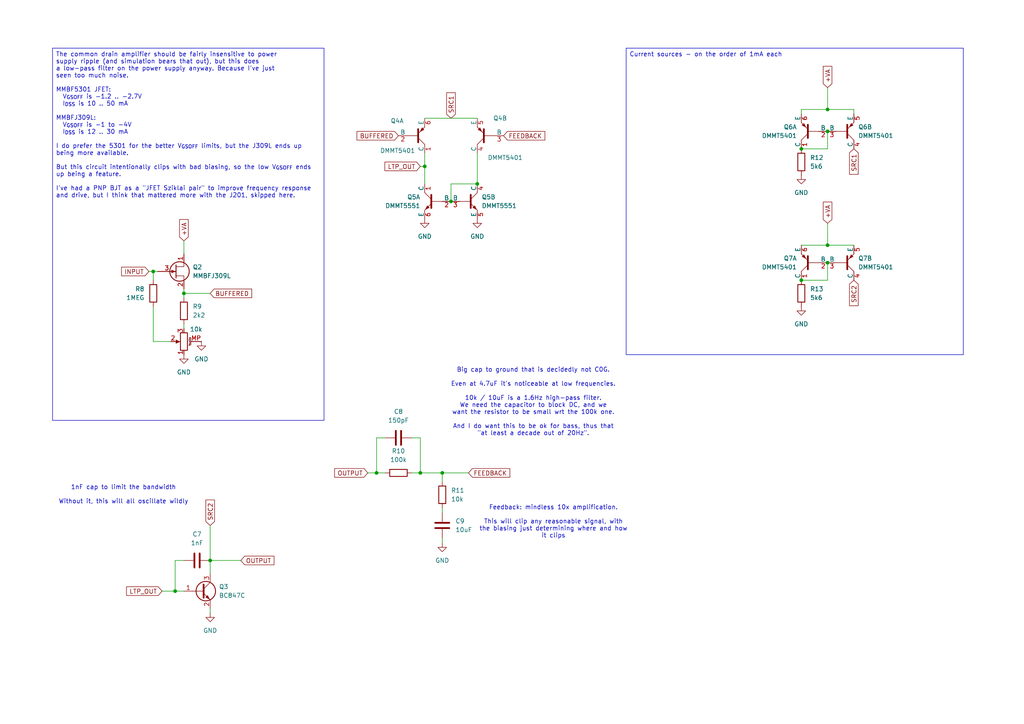
<source format=kicad_sch>
(kicad_sch (version 20250114) (generator "eeschema") (generator_version "9.0")
  (paper "A4")
  (lib_symbols
    (symbol "Device:C" (pin_numbers (hide yes)) (pin_names (offset 0.254))
      (property "Reference" "C" (at 0.635 2.54 0))
      (property "Value" "C" (at 0.635 -2.54 0))
      (symbol "C_0_1"
        (polyline (pts (xy -2.032 0.762) (xy 2.032 0.762)) (stroke (width 0.508)))
        (polyline (pts (xy -2.032 -0.762) (xy 2.032 -0.762)) (stroke (width 0.508)))
      )
      (symbol "C_1_1"
        (pin passive line (at 0 3.81 270) (length 2.794) (name "~") (number "1"))
        (pin passive line (at 0 -3.81 90) (length 2.794) (name "~") (number "2"))
      )
    )
    (symbol "Device:Q_NJFET_DSG" (pin_names (offset 0) (hide yes))
      (property "Reference" "Q" (at 5.08 1.27 0))
      (property "Value" "Q_NJFET_DSG" (at 5.08 -1.27 0))
      (symbol "Q_NJFET_DSG_0_1"
        (polyline (pts (xy 0 0) (xy -1.016 0.381) (xy -1.016 -0.381) (xy 0 0)) (fill (type outline)))
        (polyline (pts (xy 0.254 1.905) (xy 0.254 -1.905) (xy 0.254 -1.905)) (stroke (width 0.254)))
        (circle (center 1.27 0) (radius 2.8194) (stroke (width 0.254)))
        (polyline (pts (xy 2.54 2.54) (xy 2.54 1.397) (xy 0.254 1.397)))
        (polyline (pts (xy 2.54 -2.54) (xy 2.54 -1.27) (xy 0.254 -1.27)))
      )
      (symbol "Q_NJFET_DSG_1_1"
        (pin input line (at -5.08 0 0) (length 5.334) (name "G") (number "3"))
        (pin passive line (at 2.54 5.08 270) (length 2.54) (name "D") (number "1"))
        (pin passive line (at 2.54 -5.08 90) (length 2.54) (name "S") (number "2"))
      )
    )
    (symbol "Device:R" (pin_numbers (hide yes)) (pin_names (offset 0))
      (property "Reference" "R" (at 2.032 0 90))
      (property "Value" "R" (at 0 0 90))
      (symbol "R_0_1"
        (rectangle (start -1.016 -2.54) (end 1.016 2.54) (stroke (width 0.254)))
      )
      (symbol "R_1_1"
        (pin passive line (at 0 3.81 270) (length 1.27) (name "~") (number "1"))
        (pin passive line (at 0 -3.81 90) (length 1.27) (name "~") (number "2"))
      )
    )
    (symbol "Device:R_Potentiometer_MountingPin" (pin_names (offset 1.016) (hide yes))
      (property "Reference" "RV" (at -8.255 0 90))
      (property "Value" "R_Potentiometer_MountingPin" (at -6.35 0 90))
      (symbol "R_Potentiometer_MountingPin_0_1"
        (rectangle (start 1.016 2.54) (end -1.016 -2.54) (stroke (width 0.254)))
        (polyline (pts (xy 1.143 0) (xy 2.286 0.508) (xy 2.286 -0.508)) (fill (type outline)))
        (polyline (pts (xy 2.54 0) (xy 1.524 0)))
      )
      (symbol "R_Potentiometer_MountingPin_1_1"
        (polyline (pts (xy -2.032 1.016) (xy -2.032 -1.016)) (stroke (width 0.1524)))
        (text "Mounting" (at -1.651 0 900) (effects (font (size 0.381 0.381))))
        (pin passive line (at -5.08 0 0) (length 3.048) (name "MountPin") (number "MP"))
        (pin passive line (at 0 3.81 270) (length 1.27) (name "1") (number "1"))
        (pin passive line (at 0 -3.81 90) (length 1.27) (name "3") (number "3"))
        (pin passive line (at 3.81 0 180) (length 1.27) (name "2") (number "2"))
      )
    )
    (symbol "Mylib:BC847C" (pin_names (offset 0) (hide yes))
      (property "Reference" "Q" (at 5.08 1.905 0))
      (property "Value" "BC847C" (at 5.08 0 0))
      (symbol "BC847C_0_1"
        (polyline (pts (xy -2.54 0) (xy 0.635 0)))
        (polyline (pts (xy 0.635 1.905) (xy 0.635 -1.905)) (stroke (width 0.508)))
        (circle (center 1.27 0) (radius 2.8194) (stroke (width 0.254)))
      )
      (symbol "BC847C_1_1"
        (polyline (pts (xy 0.635 0.635) (xy 2.54 2.54)))
        (polyline (pts (xy 0.635 -0.635) (xy 2.54 -2.54)))
        (polyline (pts (xy 1.27 -1.778) (xy 1.778 -1.27) (xy 2.286 -2.286) (xy 1.27 -1.778)) (fill (type outline)))
        (pin input line (at -5.08 0 0) (length 2.54) (name "B") (number "1"))
        (pin passive line (at 2.54 5.08 270) (length 2.54) (name "C") (number "3"))
        (pin passive line (at 2.54 -5.08 90) (length 2.54) (name "E") (number "2"))
      )
    )
    (symbol "Mylib:DMMT5401" (pin_names (offset 0))
      (property "Reference" "Q" (at 3.81 1.016 0))
      (property "Value" "DMMT5401" (at 8.128 -1.016 0))
      (symbol "DMMT5401_0_1"
        (polyline (pts (xy -3.81 0) (xy -0.635 0)))
        (polyline (pts (xy -0.635 0.635) (xy 1.27 2.54)))
        (polyline (pts (xy -0.635 -0.635) (xy 1.27 -2.54)))
        (polyline (pts (xy -0.635 -1.905) (xy -0.635 1.905)) (stroke (width 0.508)))
        (polyline (pts (xy 1.016 1.778) (xy 0.508 2.286) (xy 0 1.27) (xy 1.016 1.778)) (fill (type outline)))
      )
      (symbol "DMMT5401_1_0"
        (pin passive line (at 1.27 5.08 270) (length 2.54) (name "E") (number "6"))
      )
      (symbol "DMMT5401_1_1"
        (pin input line (at -6.35 0 0) (length 2.54) (name "B") (number "2"))
        (pin passive line (at 1.27 -5.08 90) (length 2.54) (name "C") (number "1"))
      )
      (symbol "DMMT5401_2_0"
        (pin passive line (at 1.27 5.08 270) (length 2.54) (name "E") (number "5"))
        (pin passive line (at 1.27 -5.08 90) (length 2.54) (name "C") (number "4"))
      )
      (symbol "DMMT5401_2_1"
        (pin input line (at -6.35 0 0) (length 2.54) (name "B") (number "3"))
      )
    )
    (symbol "Mylib:DMMT5551" (pin_names (offset 0))
      (property "Reference" "Q" (at 3.81 1.016 0))
      (property "Value" "DMMT5551" (at 8.128 -1.016 0))
      (symbol "DMMT5551_0_1"
        (polyline (pts (xy -3.81 0) (xy -0.635 0)))
        (polyline (pts (xy -0.635 1.905) (xy -0.635 -1.905)) (stroke (width 0.508)))
        (polyline (pts (xy -0.635 0.635) (xy 1.27 2.54)))
        (polyline (pts (xy -0.635 -0.635) (xy 1.27 -2.54)))
        (polyline (pts (xy 0 -1.778) (xy 0.508 -1.27) (xy 1.016 -2.286) (xy 0 -1.778)) (fill (type outline)))
      )
      (symbol "DMMT5551_1_0"
        (pin passive line (at 1.27 -5.08 90) (length 2.54) (name "E") (number "6"))
      )
      (symbol "DMMT5551_1_1"
        (pin input line (at -6.35 0 0) (length 2.54) (name "B") (number "2"))
        (pin passive line (at 1.27 5.08 270) (length 2.54) (name "C") (number "1"))
      )
      (symbol "DMMT5551_2_0"
        (pin passive line (at 1.27 5.08 270) (length 2.54) (name "C") (number "4"))
        (pin passive line (at 1.27 -5.08 90) (length 2.54) (name "E") (number "5"))
      )
      (symbol "DMMT5551_2_1"
        (pin input line (at -6.35 0 0) (length 2.54) (name "B") (number "3"))
      )
    )
    (symbol "power:GND" (power) (pin_numbers (hide yes)) (pin_names (offset 0) (hide yes))
      (property "Value" "GND" (at 0 -3.81 0))
      (symbol "GND_0_1"
        (polyline (pts (xy 0 0) (xy 0 -1.27) (xy 1.27 -1.27) (xy 0 -2.54) (xy -1.27 -1.27) (xy 0 -1.27)))
      )
      (symbol "GND_1_1"
        (pin power_in line (at 0 0 270) (length 0) (name "~") (number "1"))
      )
    )
  )
  (text "Feedback: mindless 10x amplification.\n\nThis will clip any reasonable signal, with\nthe biasing just determining where and how\nit clips" (at 160.528 151.384 0) (effects (font (size 1.27 1.27))))
  (text "1nF cap to limit the bandwidth\n\nWithout it, this will all oscillate wildly" (at 35.814 143.51 0) (effects (font (size 1.27 1.27))))
  (text "Big cap to ground that is decidedly not C0G.\n\nEven at 4.7uF it's noticeable at low frequencies.\n\n10k / 10uF is a 1.6Hz high-pass filter.\nWe need the capacitor to block DC, and we\nwant the resistor to be small wrt the 100k one.\n\nAnd I do want this to be ok for bass, thus that\n\"at least a decade out of 20Hz\"." (at 154.686 116.586 0) (effects (font (size 1.27 1.27))))
  (text_box "The common drain amplifier should be fairly insensitive to power\nsupply ripple (and simulation bears that out), but this does\na low-pass filter on the power supply anyway. Because I've just\nseen too much noise.\n\nMMBF5301 JFET:\n  V_{GSOFF} is -1.2 .. -2.7V\n  I_{DSS} is 10 .. 50 mA\n\nMMBFJ309L:\n  V_{GSOFF} is -1 to -4V\n  I_{DSS} is 12 .. 30 mA\n\nI do prefer the 5301 for the better V_{GSOFF} limits, but the J309L ends up being more available.\n\nBut this circuit intentionally clips with bad biasing, so the low V_{GSOFF} ends up being a feature.\n\nI've had a PNP BJT as a \"JFET Sziklai pair\" to improve frequency response and drive, but I think that mattered more with the J201, skipped here." (at 15.24 13.97 0) (size 78.74 107.95) (margins 0.9525 0.9525 0.9525 0.9525) (effects (font (size 1.27 1.27)) (justify left top)))
  (text_box "Current sources - on the order of 1mA each" (at 181.61 13.97 0) (size 97.79 88.9) (margins 0.9525 0.9525 0.9525 0.9525) (effects (font (size 1.27 1.27)) (justify left top)))
  (junction (at 232.41 81.28))
  (junction (at 121.92 137.16))
  (junction (at 128.27 137.16))
  (junction (at 240.03 76.2))
  (junction (at 50.8 171.45))
  (junction (at 240.03 31.75))
  (junction (at 240.03 71.12))
  (junction (at 123.19 48.26))
  (junction (at 138.43 53.34))
  (junction (at 232.41 43.18))
  (junction (at 44.45 78.74))
  (junction (at 240.03 38.1))
  (junction (at 130.81 58.42))
  (junction (at 53.34 85.09))
  (junction (at 109.22 137.16))
  (junction (at 60.96 162.56))
  (wire (pts (xy 53.34 85.09) (xy 53.34 86.36)))
  (wire (pts (xy 69.85 162.56) (xy 60.96 162.56)))
  (wire (pts (xy 240.03 31.75) (xy 247.65 31.75)))
  (wire (pts (xy 123.19 34.29) (xy 138.43 34.29)))
  (wire (pts (xy 44.45 78.74) (xy 44.45 81.28)))
  (wire (pts (xy 44.45 88.9) (xy 44.45 99.06)))
  (wire (pts (xy 44.45 99.06) (xy 49.53 99.06)))
  (wire (pts (xy 109.22 127) (xy 109.22 137.16)))
  (wire (pts (xy 109.22 137.16) (xy 111.76 137.16)))
  (wire (pts (xy 128.27 137.16) (xy 128.27 139.7)))
  (wire (pts (xy 232.41 31.75) (xy 232.41 33.02)))
  (wire (pts (xy 240.03 43.18) (xy 240.03 38.1)))
  (wire (pts (xy 121.92 48.26) (xy 123.19 48.26)))
  (wire (pts (xy 128.27 157.48) (xy 128.27 156.21)))
  (wire (pts (xy 60.96 176.53) (xy 60.96 177.8)))
  (wire (pts (xy 232.41 31.75) (xy 240.03 31.75)))
  (wire (pts (xy 128.27 137.16) (xy 135.89 137.16)))
  (wire (pts (xy 240.03 64.77) (xy 240.03 71.12)))
  (wire (pts (xy 119.38 137.16) (xy 121.92 137.16)))
  (wire (pts (xy 130.81 53.34) (xy 138.43 53.34)))
  (wire (pts (xy 128.27 148.59) (xy 128.27 147.32)))
  (wire (pts (xy 123.19 44.45) (xy 123.19 48.26)))
  (wire (pts (xy 60.96 162.56) (xy 60.96 166.37)))
  (wire (pts (xy 240.03 71.12) (xy 247.65 71.12)))
  (wire (pts (xy 240.03 25.4) (xy 240.03 31.75)))
  (wire (pts (xy 53.34 85.09) (xy 60.96 85.09)))
  (wire (pts (xy 240.03 76.2) (xy 240.03 81.28)))
  (wire (pts (xy 121.92 137.16) (xy 128.27 137.16)))
  (wire (pts (xy 50.8 171.45) (xy 53.34 171.45)))
  (wire (pts (xy 123.19 48.26) (xy 123.19 53.34)))
  (wire (pts (xy 138.43 44.45) (xy 138.43 53.34)))
  (wire (pts (xy 53.34 83.82) (xy 53.34 85.09)))
  (wire (pts (xy 119.38 127) (xy 121.92 127)))
  (wire (pts (xy 240.03 81.28) (xy 232.41 81.28)))
  (wire (pts (xy 60.96 152.4) (xy 60.96 162.56)))
  (wire (pts (xy 240.03 71.12) (xy 232.41 71.12)))
  (wire (pts (xy 44.45 78.74) (xy 45.72 78.74)))
  (wire (pts (xy 130.81 53.34) (xy 130.81 58.42)))
  (wire (pts (xy 46.99 171.45) (xy 50.8 171.45)))
  (wire (pts (xy 53.34 93.98) (xy 53.34 95.25)))
  (wire (pts (xy 50.8 162.56) (xy 50.8 171.45)))
  (wire (pts (xy 43.18 78.74) (xy 44.45 78.74)))
  (wire (pts (xy 232.41 43.18) (xy 240.03 43.18)))
  (wire (pts (xy 247.65 31.75) (xy 247.65 33.02)))
  (wire (pts (xy 53.34 162.56) (xy 50.8 162.56)))
  (wire (pts (xy 109.22 127) (xy 111.76 127)))
  (wire (pts (xy 121.92 127) (xy 121.92 137.16)))
  (wire (pts (xy 53.34 69.85) (xy 53.34 73.66)))
  (wire (pts (xy 106.68 137.16) (xy 109.22 137.16)))
  (global_label "+VA" (shape input) (at 53.34 69.85 90) (property "Intersheetrefs" "${INTERSHEET_REFS}" (effects (hide yes))))
  (global_label "INPUT" (shape input) (at 43.18 78.74 180) (property "Intersheetrefs" "${INTERSHEET_REFS}" (effects (hide yes))))
  (global_label "OUTPUT" (shape input) (at 106.68 137.16 180) (property "Intersheetrefs" "${INTERSHEET_REFS}" (effects (hide yes))))
  (global_label "+VA" (shape input) (at 240.03 64.77 90) (property "Intersheetrefs" "${INTERSHEET_REFS}" (effects (hide yes))))
  (global_label "BUFFERED" (shape input) (at 60.96 85.09 0) (property "Intersheetrefs" "${INTERSHEET_REFS}" (effects (hide yes))))
  (global_label "BUFFERED" (shape input) (at 115.57 39.37 180) (property "Intersheetrefs" "${INTERSHEET_REFS}" (effects (hide yes))))
  (global_label "LTP_OUT" (shape input) (at 121.92 48.26 180) (property "Intersheetrefs" "${INTERSHEET_REFS}" (effects (hide yes))))
  (global_label "LTP_OUT" (shape input) (at 46.99 171.45 180) (property "Intersheetrefs" "${INTERSHEET_REFS}" (effects (hide yes))))
  (global_label "SRC2" (shape input) (at 60.96 152.4 90) (property "Intersheetrefs" "${INTERSHEET_REFS}" (effects (hide yes))))
  (global_label "OUTPUT" (shape input) (at 69.85 162.56 0) (property "Intersheetrefs" "${INTERSHEET_REFS}" (effects (hide yes))))
  (global_label "FEEDBACK" (shape input) (at 146.05 39.37 0) (property "Intersheetrefs" "${INTERSHEET_REFS}" (effects (hide yes))))
  (global_label "SRC2" (shape input) (at 247.65 81.28 270) (property "Intersheetrefs" "${INTERSHEET_REFS}" (effects (hide yes))))
  (global_label "SRC1" (shape input) (at 247.65 43.18 270) (property "Intersheetrefs" "${INTERSHEET_REFS}" (effects (hide yes))))
  (global_label "FEEDBACK" (shape input) (at 135.89 137.16 0) (property "Intersheetrefs" "${INTERSHEET_REFS}" (effects (hide yes))))
  (global_label "+VA" (shape input) (at 240.03 25.4 90) (property "Intersheetrefs" "${INTERSHEET_REFS}" (effects (hide yes))))
  (global_label "SRC1" (shape input) (at 130.81 34.29 90) (property "Intersheetrefs" "${INTERSHEET_REFS}" (effects (hide yes))))
  (symbol (lib_id "Device:C") (at 115.57 127 270) (mirror x) (unit 1)
    (property "Reference" "C8" (at 115.57 119.38 90))
    (property "Value" "150pF" (at 115.57 121.92 90))
    (property "Footprint" "Capacitor_SMD:C_0402_1005Metric" (effects (hide yes)))
    (property "Description" "Unpolarized capacitor" (effects (hide yes)))
  )
  (symbol (lib_id "Mylib:DMMT5401") (at 139.7 39.37 0) (mirror y) (unit 2)
    (property "Reference" "Q4" (at 147.066 34.29 0) (effects (justify left)))
    (property "Value" "DMMT5401" (at 151.638 45.72 0) (effects (justify left)))
    (property "Footprint" "Package_TO_SOT_SMD:SOT-23-6" (effects (hide yes)))
    (property "Datasheet" "https://www.diodes.com/datasheet/download/DMMT5401.pdf" (effects (hide yes)))
    (property "Description" "Matched pair PNP SOT26" (effects (hide yes)))
    (property "Sim.Library" "spice/DMMT5401.lib" (effects (hide yes)))
    (property "Sim.Name" "DMMT5401" (effects (hide yes)))
    (property "Sim.Device" "SUBCKT" (effects (hide yes)))
    (property "Sim.Pins" "1=1 2=2 3=3 4=4 5=5 6=6" (effects (hide yes)))
  )
  (symbol (lib_id "Mylib:DMMT5401") (at 233.68 76.2 0) (mirror y) (unit 1)
    (property "Reference" "Q7" (at 231.14 74.9299 0) (effects (justify left)))
    (property "Value" "DMMT5401" (at 231.14 77.4699 0) (effects (justify left)))
    (property "Footprint" "Package_TO_SOT_SMD:SOT-23-6" (effects (hide yes)))
    (property "Datasheet" "https://www.diodes.com/datasheet/download/DMMT5401.pdf" (effects (hide yes)))
    (property "Description" "Matched pair PNP SOT26" (effects (hide yes)))
    (property "Sim.Library" "spice/DMMT5401.lib" (effects (hide yes)))
    (property "Sim.Name" "DMMT5401" (effects (hide yes)))
    (property "Sim.Device" "SUBCKT" (effects (hide yes)))
    (property "Sim.Pins" "1=1 2=2 3=3 4=4 5=5 6=6" (effects (hide yes)))
  )
  (symbol (lib_id "Device:Q_NJFET_DSG") (at 50.8 78.74 0) (unit 1)
    (property "Reference" "Q2" (at 55.88 77.4699 0) (effects (justify left)))
    (property "Value" "MMBFJ309L" (at 55.88 80.0099 0) (effects (justify left)))
    (property "Footprint" "Package_TO_SOT_SMD:SOT-23" (effects (hide yes)))
    (property "Description" "N-JFET transistor, drain/source/gate" (effects (hide yes)))
    (property "Sim.Library" "spice/external/MMBFJ309LT1.LIB" (effects (hide yes)))
    (property "Sim.Name" "Jmmbfj309lt1" (effects (hide yes)))
    (property "Sim.Device" "NJFET" (effects (hide yes)))
    (property "Sim.Type" "SHICHMANHODGES" (effects (hide yes)))
    (property "Sim.Pins" "1=D 2=S 3=G" (effects (hide yes)))
  )
  (symbol (lib_id "power:GND") (at 232.41 50.8 0) (unit 1)
    (property "Reference" "#PWR022" (effects (hide yes)))
    (property "Value" "GND" (at 232.41 55.88 0))
    (property "Description" "Power symbol creates a global label with name \"GND\" , ground" (effects (hide yes)))
  )
  (symbol (lib_id "Device:R_Potentiometer_MountingPin") (at 53.34 99.06 180) (unit 1)
    (property "Reference" "RV2" (effects (hide yes)))
    (property "Value" "10k" (at 56.896 95.504 0))
    (property "Footprint" "Mylib:Potentiometer_9mm_MP" (effects (hide yes)))
    (property "Description" "Potentiometer with a mounting pin" (effects (hide yes)))
    (property "Sim.Device" "R" (effects (hide yes)))
    (property "Sim.Type" "POT" (effects (hide yes)))
    (property "Sim.Pins" "1=r0 2=wiper 3=r1" (effects (hide yes)))
    (property "Sim.Params" "r=10k pos=0" (effects (hide yes)))
  )
  (symbol (lib_id "power:GND") (at 128.27 157.48 0) (unit 1)
    (property "Reference" "#PWR020" (effects (hide yes)))
    (property "Value" "GND" (at 128.27 162.56 0))
    (property "Description" "Power symbol creates a global label with name \"GND\" , ground" (effects (hide yes)))
  )
  (symbol (lib_id "power:GND") (at 123.19 63.5 0) (unit 1)
    (property "Reference" "#PWR019" (effects (hide yes)))
    (property "Value" "GND" (at 123.19 68.58 0))
    (property "Description" "Power symbol creates a global label with name \"GND\" , ground" (effects (hide yes)))
  )
  (symbol (lib_id "Mylib:DMMT5401") (at 246.38 76.2 0) (unit 2)
    (property "Reference" "Q7" (at 248.92 74.9299 0) (effects (justify left)))
    (property "Value" "DMMT5401" (at 248.92 77.4699 0) (effects (justify left)))
    (property "Footprint" "Package_TO_SOT_SMD:SOT-23-6" (effects (hide yes)))
    (property "Datasheet" "https://www.diodes.com/datasheet/download/DMMT5401.pdf" (effects (hide yes)))
    (property "Description" "Matched pair PNP SOT26" (effects (hide yes)))
    (property "Sim.Library" "spice/DMMT5401.lib" (effects (hide yes)))
    (property "Sim.Name" "DMMT5401" (effects (hide yes)))
    (property "Sim.Device" "SUBCKT" (effects (hide yes)))
    (property "Sim.Pins" "1=1 2=2 3=3 4=4 5=5 6=6" (effects (hide yes)))
  )
  (symbol (lib_id "Device:R") (at 115.57 137.16 270) (unit 1)
    (property "Reference" "R10" (at 115.57 130.81 90))
    (property "Value" "100k" (at 115.57 133.35 90))
    (property "Footprint" "Resistor_SMD:R_0402_1005Metric" (effects (hide yes)))
    (property "Description" "Resistor" (effects (hide yes)))
  )
  (symbol (lib_id "power:GND") (at 232.41 88.9 0) (unit 1)
    (property "Reference" "#PWR023" (effects (hide yes)))
    (property "Value" "GND" (at 232.41 93.98 0))
    (property "Description" "Power symbol creates a global label with name \"GND\" , ground" (effects (hide yes)))
  )
  (symbol (lib_id "power:GND") (at 60.96 177.8 0) (unit 1)
    (property "Reference" "#PWR018" (effects (hide yes)))
    (property "Value" "GND" (at 60.96 182.88 0))
    (property "Description" "Power symbol creates a global label with name \"GND\" , ground" (effects (hide yes)))
  )
  (symbol (lib_id "power:GND") (at 53.34 102.87 0) (unit 1)
    (property "Reference" "#PWR016" (effects (hide yes)))
    (property "Value" "GND" (at 53.34 107.95 0))
    (property "Description" "Power symbol creates a global label with name \"GND\" , ground" (effects (hide yes)))
  )
  (symbol (lib_id "Mylib:BC847C") (at 58.42 171.45 0) (unit 1)
    (property "Reference" "Q3" (at 63.5 170.1799 0) (effects (justify left)))
    (property "Value" "BC847C" (at 63.5 172.7199 0) (effects (justify left)))
    (property "Footprint" "Package_TO_SOT_SMD:SOT-23" (effects (hide yes)))
    (property "Datasheet" "https://www.diodes.com/datasheet/download/BC847C.pdf" (effects (hide yes)))
    (property "Description" "0.1A Ic, 45V Vce, NPN Transistor, SOT-23" (effects (hide yes)))
    (property "Sim.Library" "spice/BC847C.lib" (effects (hide yes)))
    (property "Sim.Name" "BC847C" (effects (hide yes)))
    (property "Sim.Device" "SUBCKT" (effects (hide yes)))
    (property "Sim.Pins" "1=B 2=E 3=C" (effects (hide yes)))
  )
  (symbol (lib_id "Device:R") (at 232.41 46.99 0) (unit 1)
    (property "Reference" "R12" (at 234.95 45.7199 0) (effects (justify left)))
    (property "Value" "5k6" (at 234.95 48.26 0) (effects (justify left)))
    (property "Footprint" "Resistor_SMD:R_0402_1005Metric" (effects (hide yes)))
    (property "Description" "Resistor" (effects (hide yes)))
  )
  (symbol (lib_id "Mylib:DMMT5401") (at 246.38 38.1 0) (unit 2)
    (property "Reference" "Q6" (at 248.92 36.8299 0) (effects (justify left)))
    (property "Value" "DMMT5401" (at 248.92 39.3699 0) (effects (justify left)))
    (property "Footprint" "Package_TO_SOT_SMD:SOT-23-6" (effects (hide yes)))
    (property "Datasheet" "https://www.diodes.com/datasheet/download/DMMT5401.pdf" (effects (hide yes)))
    (property "Description" "Matched pair PNP SOT26" (effects (hide yes)))
    (property "Sim.Library" "spice/DMMT5401.lib" (effects (hide yes)))
    (property "Sim.Name" "DMMT5401" (effects (hide yes)))
    (property "Sim.Device" "SUBCKT" (effects (hide yes)))
    (property "Sim.Pins" "1=1 2=2 3=3 4=4 5=5 6=6" (effects (hide yes)))
  )
  (symbol (lib_id "Device:C") (at 128.27 152.4 180) (unit 1)
    (property "Reference" "C9" (at 132.08 151.1299 0) (effects (justify right)))
    (property "Value" "10uF" (at 132.08 153.6699 0) (effects (justify right)))
    (property "Footprint" "Capacitor_SMD:C_0603_1608Metric" (effects (hide yes)))
    (property "Description" "Unpolarized capacitor" (effects (hide yes)))
  )
  (symbol (lib_id "Mylib:DMMT5401") (at 121.92 39.37 0) (unit 1)
    (property "Reference" "Q4" (at 113.284 35.052 0) (effects (justify left)))
    (property "Value" "DMMT5401" (at 110.236 43.688 0) (effects (justify left)))
    (property "Footprint" "Package_TO_SOT_SMD:SOT-23-6" (effects (hide yes)))
    (property "Datasheet" "https://www.diodes.com/datasheet/download/DMMT5401.pdf" (effects (hide yes)))
    (property "Description" "Matched pair PNP SOT26" (effects (hide yes)))
    (property "Sim.Library" "spice/DMMT5401.lib" (effects (hide yes)))
    (property "Sim.Name" "DMMT5401" (effects (hide yes)))
    (property "Sim.Device" "SUBCKT" (effects (hide yes)))
    (property "Sim.Pins" "1=1 2=2 3=3 4=4 5=5 6=6" (effects (hide yes)))
  )
  (symbol (lib_id "power:GND") (at 138.43 63.5 0) (unit 1)
    (property "Reference" "#PWR021" (effects (hide yes)))
    (property "Value" "GND" (at 138.43 68.58 0))
    (property "Description" "Power symbol creates a global label with name \"GND\" , ground" (effects (hide yes)))
  )
  (symbol (lib_id "Mylib:DMMT5401") (at 233.68 38.1 0) (mirror y) (unit 1)
    (property "Reference" "Q6" (at 231.14 36.8299 0) (effects (justify left)))
    (property "Value" "DMMT5401" (at 231.14 39.3699 0) (effects (justify left)))
    (property "Footprint" "Package_TO_SOT_SMD:SOT-23-6" (effects (hide yes)))
    (property "Datasheet" "https://www.diodes.com/datasheet/download/DMMT5401.pdf" (effects (hide yes)))
    (property "Description" "Matched pair PNP SOT26" (effects (hide yes)))
    (property "Sim.Library" "spice/DMMT5401.lib" (effects (hide yes)))
    (property "Sim.Name" "DMMT5401" (effects (hide yes)))
    (property "Sim.Device" "SUBCKT" (effects (hide yes)))
    (property "Sim.Pins" "1=1 2=2 3=3 4=4 5=5 6=6" (effects (hide yes)))
  )
  (symbol (lib_id "Device:R") (at 232.41 85.09 0) (unit 1)
    (property "Reference" "R13" (at 234.95 83.8199 0) (effects (justify left)))
    (property "Value" "5k6" (at 234.95 86.36 0) (effects (justify left)))
    (property "Footprint" "Resistor_SMD:R_0402_1005Metric" (effects (hide yes)))
    (property "Description" "Resistor" (effects (hide yes)))
  )
  (symbol (lib_id "power:GND") (at 58.42 99.06 0) (unit 1)
    (property "Reference" "#PWR017" (effects (hide yes)))
    (property "Value" "GND" (at 58.42 104.14 0))
    (property "Description" "Power symbol creates a global label with name \"GND\" , ground" (effects (hide yes)))
  )
  (symbol (lib_id "Device:R") (at 53.34 90.17 0) (unit 1)
    (property "Reference" "R9" (at 55.88 88.8999 0) (effects (justify left)))
    (property "Value" "2k2" (at 55.88 91.44 0) (effects (justify left)))
    (property "Footprint" "Resistor_SMD:R_0402_1005Metric" (effects (hide yes)))
    (property "Description" "Resistor" (effects (hide yes)))
  )
  (symbol (lib_id "Device:R") (at 128.27 143.51 0) (unit 1)
    (property "Reference" "R11" (at 130.81 142.2399 0) (effects (justify left)))
    (property "Value" "10k" (at 130.81 144.78 0) (effects (justify left)))
    (property "Footprint" "Resistor_SMD:R_0402_1005Metric" (effects (hide yes)))
    (property "Description" "Resistor" (effects (hide yes)))
  )
  (symbol (lib_id "Device:C") (at 57.15 162.56 270) (mirror x) (unit 1)
    (property "Reference" "C7" (at 57.15 154.94 90))
    (property "Value" "1nF" (at 57.15 157.48 90))
    (property "Footprint" "Capacitor_SMD:C_0402_1005Metric" (effects (hide yes)))
    (property "Description" "Unpolarized capacitor" (effects (hide yes)))
  )
  (symbol (lib_id "Mylib:DMMT5551") (at 137.16 58.42 0) (unit 2)
    (property "Reference" "Q5" (at 139.7 57.1499 0) (effects (justify left)))
    (property "Value" "DMMT5551" (at 139.7 59.6899 0) (effects (justify left)))
    (property "Footprint" "Package_TO_SOT_SMD:SOT-23-6" (effects (hide yes)))
    (property "Datasheet" "https://www.diodes.com/assets/Datasheets/ds30436.pdf" (effects (hide yes)))
    (property "Description" "Matched dual small signal NPN transistor" (effects (hide yes)))
    (property "Sim.Library" "spice/DMMT5551.lib" (effects (hide yes)))
    (property "Sim.Name" "DMMT5551" (effects (hide yes)))
    (property "Sim.Device" "SUBCKT" (effects (hide yes)))
    (property "Sim.Pins" "1=1 2=2 3=3 4=4 5=5 6=6" (effects (hide yes)))
  )
  (symbol (lib_id "Mylib:DMMT5551") (at 124.46 58.42 0) (mirror y) (unit 1)
    (property "Reference" "Q5" (at 121.92 57.1499 0) (effects (justify left)))
    (property "Value" "DMMT5551" (at 121.92 59.6899 0) (effects (justify left)))
    (property "Footprint" "Package_TO_SOT_SMD:SOT-23-6" (effects (hide yes)))
    (property "Datasheet" "https://www.diodes.com/assets/Datasheets/ds30436.pdf" (effects (hide yes)))
    (property "Description" "Matched dual small signal NPN transistor" (effects (hide yes)))
    (property "Sim.Library" "spice/DMMT5551.lib" (effects (hide yes)))
    (property "Sim.Name" "DMMT5551" (effects (hide yes)))
    (property "Sim.Device" "SUBCKT" (effects (hide yes)))
    (property "Sim.Pins" "1=1 2=2 3=3 4=4 5=5 6=6" (effects (hide yes)))
  )
  (symbol (lib_id "Device:R") (at 44.45 85.09 0) (mirror y) (unit 1)
    (property "Reference" "R8" (at 41.91 83.8199 0) (effects (justify left)))
    (property "Value" "1MEG" (at 41.91 86.36 0) (effects (justify left)))
    (property "Footprint" "Resistor_SMD:R_0402_1005Metric" (effects (hide yes)))
    (property "Description" "Resistor" (effects (hide yes)))
  )
)
</source>
